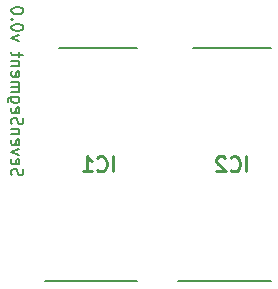
<source format=gbr>
%TF.GenerationSoftware,KiCad,Pcbnew,(6.0.10)*%
%TF.CreationDate,2023-05-16T15:36:24-07:00*%
%TF.ProjectId,SevenSegment,53657665-6e53-4656-976d-656e742e6b69,rev?*%
%TF.SameCoordinates,Original*%
%TF.FileFunction,Legend,Bot*%
%TF.FilePolarity,Positive*%
%FSLAX46Y46*%
G04 Gerber Fmt 4.6, Leading zero omitted, Abs format (unit mm)*
G04 Created by KiCad (PCBNEW (6.0.10)) date 2023-05-16 15:36:24*
%MOMM*%
%LPD*%
G01*
G04 APERTURE LIST*
%ADD10C,0.150000*%
%ADD11C,0.254000*%
%ADD12C,0.200000*%
G04 APERTURE END LIST*
D10*
X91295238Y-93619047D02*
X91247619Y-93476190D01*
X91247619Y-93238095D01*
X91295238Y-93142857D01*
X91342857Y-93095238D01*
X91438095Y-93047619D01*
X91533333Y-93047619D01*
X91628571Y-93095238D01*
X91676190Y-93142857D01*
X91723809Y-93238095D01*
X91771428Y-93428571D01*
X91819047Y-93523809D01*
X91866666Y-93571428D01*
X91961904Y-93619047D01*
X92057142Y-93619047D01*
X92152380Y-93571428D01*
X92200000Y-93523809D01*
X92247619Y-93428571D01*
X92247619Y-93190476D01*
X92200000Y-93047619D01*
X91295238Y-92238095D02*
X91247619Y-92333333D01*
X91247619Y-92523809D01*
X91295238Y-92619047D01*
X91390476Y-92666666D01*
X91771428Y-92666666D01*
X91866666Y-92619047D01*
X91914285Y-92523809D01*
X91914285Y-92333333D01*
X91866666Y-92238095D01*
X91771428Y-92190476D01*
X91676190Y-92190476D01*
X91580952Y-92666666D01*
X91914285Y-91857142D02*
X91247619Y-91619047D01*
X91914285Y-91380952D01*
X91295238Y-90619047D02*
X91247619Y-90714285D01*
X91247619Y-90904761D01*
X91295238Y-91000000D01*
X91390476Y-91047619D01*
X91771428Y-91047619D01*
X91866666Y-91000000D01*
X91914285Y-90904761D01*
X91914285Y-90714285D01*
X91866666Y-90619047D01*
X91771428Y-90571428D01*
X91676190Y-90571428D01*
X91580952Y-91047619D01*
X91914285Y-90142857D02*
X91247619Y-90142857D01*
X91819047Y-90142857D02*
X91866666Y-90095238D01*
X91914285Y-90000000D01*
X91914285Y-89857142D01*
X91866666Y-89761904D01*
X91771428Y-89714285D01*
X91247619Y-89714285D01*
X91295238Y-89285714D02*
X91247619Y-89142857D01*
X91247619Y-88904761D01*
X91295238Y-88809523D01*
X91342857Y-88761904D01*
X91438095Y-88714285D01*
X91533333Y-88714285D01*
X91628571Y-88761904D01*
X91676190Y-88809523D01*
X91723809Y-88904761D01*
X91771428Y-89095238D01*
X91819047Y-89190476D01*
X91866666Y-89238095D01*
X91961904Y-89285714D01*
X92057142Y-89285714D01*
X92152380Y-89238095D01*
X92200000Y-89190476D01*
X92247619Y-89095238D01*
X92247619Y-88857142D01*
X92200000Y-88714285D01*
X91295238Y-87904761D02*
X91247619Y-88000000D01*
X91247619Y-88190476D01*
X91295238Y-88285714D01*
X91390476Y-88333333D01*
X91771428Y-88333333D01*
X91866666Y-88285714D01*
X91914285Y-88190476D01*
X91914285Y-88000000D01*
X91866666Y-87904761D01*
X91771428Y-87857142D01*
X91676190Y-87857142D01*
X91580952Y-88333333D01*
X91914285Y-87000000D02*
X91104761Y-87000000D01*
X91009523Y-87047619D01*
X90961904Y-87095238D01*
X90914285Y-87190476D01*
X90914285Y-87333333D01*
X90961904Y-87428571D01*
X91295238Y-87000000D02*
X91247619Y-87095238D01*
X91247619Y-87285714D01*
X91295238Y-87380952D01*
X91342857Y-87428571D01*
X91438095Y-87476190D01*
X91723809Y-87476190D01*
X91819047Y-87428571D01*
X91866666Y-87380952D01*
X91914285Y-87285714D01*
X91914285Y-87095238D01*
X91866666Y-87000000D01*
X91247619Y-86523809D02*
X91914285Y-86523809D01*
X91819047Y-86523809D02*
X91866666Y-86476190D01*
X91914285Y-86380952D01*
X91914285Y-86238095D01*
X91866666Y-86142857D01*
X91771428Y-86095238D01*
X91247619Y-86095238D01*
X91771428Y-86095238D02*
X91866666Y-86047619D01*
X91914285Y-85952380D01*
X91914285Y-85809523D01*
X91866666Y-85714285D01*
X91771428Y-85666666D01*
X91247619Y-85666666D01*
X91295238Y-84809523D02*
X91247619Y-84904761D01*
X91247619Y-85095238D01*
X91295238Y-85190476D01*
X91390476Y-85238095D01*
X91771428Y-85238095D01*
X91866666Y-85190476D01*
X91914285Y-85095238D01*
X91914285Y-84904761D01*
X91866666Y-84809523D01*
X91771428Y-84761904D01*
X91676190Y-84761904D01*
X91580952Y-85238095D01*
X91914285Y-84333333D02*
X91247619Y-84333333D01*
X91819047Y-84333333D02*
X91866666Y-84285714D01*
X91914285Y-84190476D01*
X91914285Y-84047619D01*
X91866666Y-83952380D01*
X91771428Y-83904761D01*
X91247619Y-83904761D01*
X91914285Y-83571428D02*
X91914285Y-83190476D01*
X92247619Y-83428571D02*
X91390476Y-83428571D01*
X91295238Y-83380952D01*
X91247619Y-83285714D01*
X91247619Y-83190476D01*
X91914285Y-82190476D02*
X91247619Y-81952380D01*
X91914285Y-81714285D01*
X92247619Y-81142857D02*
X92247619Y-81047619D01*
X92200000Y-80952380D01*
X92152380Y-80904761D01*
X92057142Y-80857142D01*
X91866666Y-80809523D01*
X91628571Y-80809523D01*
X91438095Y-80857142D01*
X91342857Y-80904761D01*
X91295238Y-80952380D01*
X91247619Y-81047619D01*
X91247619Y-81142857D01*
X91295238Y-81238095D01*
X91342857Y-81285714D01*
X91438095Y-81333333D01*
X91628571Y-81380952D01*
X91866666Y-81380952D01*
X92057142Y-81333333D01*
X92152380Y-81285714D01*
X92200000Y-81238095D01*
X92247619Y-81142857D01*
X91342857Y-80380952D02*
X91295238Y-80333333D01*
X91247619Y-80380952D01*
X91295238Y-80428571D01*
X91342857Y-80380952D01*
X91247619Y-80380952D01*
X92247619Y-79714285D02*
X92247619Y-79619047D01*
X92200000Y-79523809D01*
X92152380Y-79476190D01*
X92057142Y-79428571D01*
X91866666Y-79380952D01*
X91628571Y-79380952D01*
X91438095Y-79428571D01*
X91342857Y-79476190D01*
X91295238Y-79523809D01*
X91247619Y-79619047D01*
X91247619Y-79714285D01*
X91295238Y-79809523D01*
X91342857Y-79857142D01*
X91438095Y-79904761D01*
X91628571Y-79952380D01*
X91866666Y-79952380D01*
X92057142Y-79904761D01*
X92152380Y-79857142D01*
X92200000Y-79809523D01*
X92247619Y-79714285D01*
D11*
%TO.C,IC2*%
X111139761Y-93274523D02*
X111139761Y-92004523D01*
X109809285Y-93153571D02*
X109869761Y-93214047D01*
X110051190Y-93274523D01*
X110172142Y-93274523D01*
X110353571Y-93214047D01*
X110474523Y-93093095D01*
X110535000Y-92972142D01*
X110595476Y-92730238D01*
X110595476Y-92548809D01*
X110535000Y-92306904D01*
X110474523Y-92185952D01*
X110353571Y-92065000D01*
X110172142Y-92004523D01*
X110051190Y-92004523D01*
X109869761Y-92065000D01*
X109809285Y-92125476D01*
X109325476Y-92125476D02*
X109265000Y-92065000D01*
X109144047Y-92004523D01*
X108841666Y-92004523D01*
X108720714Y-92065000D01*
X108660238Y-92125476D01*
X108599761Y-92246428D01*
X108599761Y-92367380D01*
X108660238Y-92548809D01*
X109385952Y-93274523D01*
X108599761Y-93274523D01*
%TO.C,IC1*%
X99839761Y-93274523D02*
X99839761Y-92004523D01*
X98509285Y-93153571D02*
X98569761Y-93214047D01*
X98751190Y-93274523D01*
X98872142Y-93274523D01*
X99053571Y-93214047D01*
X99174523Y-93093095D01*
X99235000Y-92972142D01*
X99295476Y-92730238D01*
X99295476Y-92548809D01*
X99235000Y-92306904D01*
X99174523Y-92185952D01*
X99053571Y-92065000D01*
X98872142Y-92004523D01*
X98751190Y-92004523D01*
X98569761Y-92065000D01*
X98509285Y-92125476D01*
X97299761Y-93274523D02*
X98025476Y-93274523D01*
X97662619Y-93274523D02*
X97662619Y-92004523D01*
X97783571Y-92185952D01*
X97904523Y-92306904D01*
X98025476Y-92367380D01*
D12*
%TO.C,IC2*%
X105365000Y-102545000D02*
X113200000Y-102545000D01*
X106600000Y-82855000D02*
X113200000Y-82855000D01*
%TO.C,IC1*%
X95300000Y-82855000D02*
X101900000Y-82855000D01*
X94065000Y-102545000D02*
X101900000Y-102545000D01*
%TD*%
M02*

</source>
